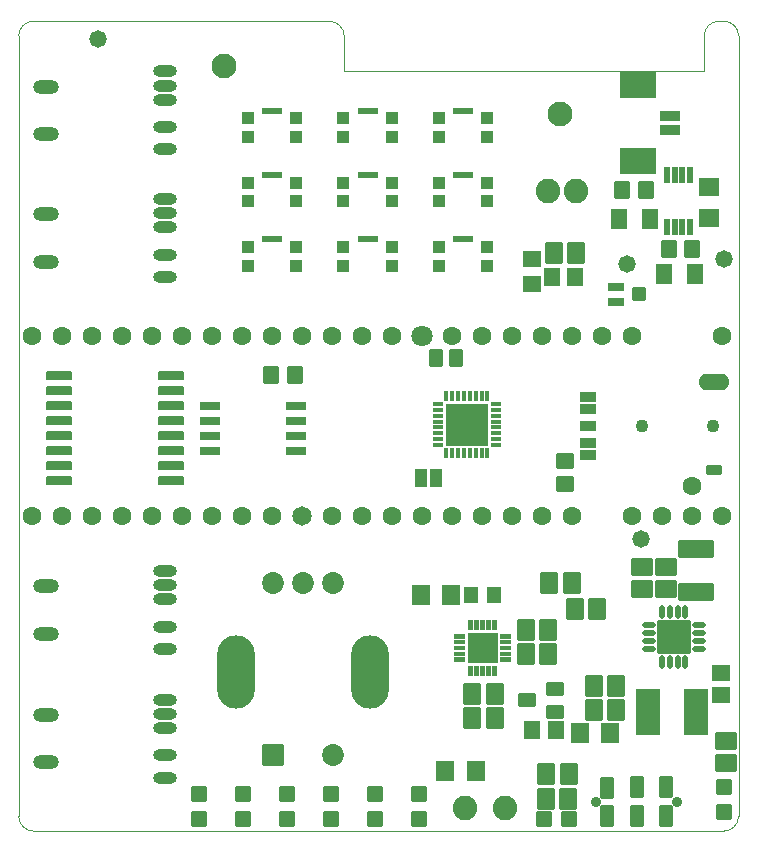
<source format=gbr>
%TF.GenerationSoftware,KiCad,Pcbnew,8.0.1*%
%TF.CreationDate,2025-01-16T17:49:12-07:00*%
%TF.ProjectId,WDM_RevB_v3,57444d5f-5265-4764-925f-76332e6b6963,rev?*%
%TF.SameCoordinates,Original*%
%TF.FileFunction,Soldermask,Bot*%
%TF.FilePolarity,Negative*%
%FSLAX46Y46*%
G04 Gerber Fmt 4.6, Leading zero omitted, Abs format (unit mm)*
G04 Created by KiCad (PCBNEW 8.0.1) date 2025-01-16 17:49:12*
%MOMM*%
%LPD*%
G01*
G04 APERTURE LIST*
G04 Aperture macros list*
%AMRoundRect*
0 Rectangle with rounded corners*
0 $1 Rounding radius*
0 $2 $3 $4 $5 $6 $7 $8 $9 X,Y pos of 4 corners*
0 Add a 4 corners polygon primitive as box body*
4,1,4,$2,$3,$4,$5,$6,$7,$8,$9,$2,$3,0*
0 Add four circle primitives for the rounded corners*
1,1,$1+$1,$2,$3*
1,1,$1+$1,$4,$5*
1,1,$1+$1,$6,$7*
1,1,$1+$1,$8,$9*
0 Add four rect primitives between the rounded corners*
20,1,$1+$1,$2,$3,$4,$5,0*
20,1,$1+$1,$4,$5,$6,$7,0*
20,1,$1+$1,$6,$7,$8,$9,0*
20,1,$1+$1,$8,$9,$2,$3,0*%
G04 Aperture macros list end*
%ADD10C,0.000000*%
%ADD11RoundRect,0.101600X0.984250X0.279400X-0.984250X0.279400X-0.984250X-0.279400X0.984250X-0.279400X0*%
%ADD12C,2.100000*%
%ADD13C,1.600000*%
%ADD14C,1.803200*%
%ADD15C,1.650000*%
%ADD16RoundRect,0.102000X-0.825000X-0.825000X0.825000X-0.825000X0.825000X0.825000X-0.825000X0.825000X0*%
%ADD17C,1.854000*%
%ADD18O,3.204000X6.204000*%
%ADD19R,1.000000X1.000000*%
%ADD20R,1.701800X0.558800*%
%ADD21RoundRect,0.050800X0.750000X-0.650000X0.750000X0.650000X-0.750000X0.650000X-0.750000X-0.650000X0*%
%ADD22RoundRect,0.050800X0.825000X-0.700000X0.825000X0.700000X-0.825000X0.700000X-0.825000X-0.700000X0*%
%ADD23RoundRect,0.101600X0.749300X0.266700X-0.749300X0.266700X-0.749300X-0.266700X0.749300X-0.266700X0*%
%ADD24RoundRect,0.050800X-0.700000X0.500000X-0.700000X-0.500000X0.700000X-0.500000X0.700000X0.500000X0*%
%ADD25RoundRect,0.101600X-0.650000X-0.800000X0.650000X-0.800000X0.650000X0.800000X-0.650000X0.800000X0*%
%ADD26C,2.082800*%
%ADD27R,0.850000X0.300000*%
%ADD28R,0.300000X0.850000*%
%ADD29R,3.600000X3.600000*%
%ADD30RoundRect,0.050800X-0.600000X-0.600000X0.600000X-0.600000X0.600000X0.600000X-0.600000X0.600000X0*%
%ADD31RoundRect,0.050800X0.800000X-0.400000X0.800000X0.400000X-0.800000X0.400000X-0.800000X-0.400000X0*%
%ADD32RoundRect,0.050800X-1.500000X-1.050000X1.500000X-1.050000X1.500000X1.050000X-1.500000X1.050000X0*%
%ADD33RoundRect,0.050800X0.700000X0.825000X-0.700000X0.825000X-0.700000X-0.825000X0.700000X-0.825000X0*%
%ADD34RoundRect,0.101600X0.650000X0.800000X-0.650000X0.800000X-0.650000X-0.800000X0.650000X-0.800000X0*%
%ADD35RoundRect,0.050800X-0.600000X-0.750000X0.600000X-0.750000X0.600000X0.750000X-0.600000X0.750000X0*%
%ADD36RoundRect,0.050800X0.200000X-0.650000X0.200000X0.650000X-0.200000X0.650000X-0.200000X-0.650000X0*%
%ADD37RoundRect,0.736600X-0.000010X-0.000010X0.000010X-0.000010X0.000010X0.000010X-0.000010X0.000010X0*%
%ADD38RoundRect,0.101600X-0.550000X-0.700000X0.550000X-0.700000X0.550000X0.700000X-0.550000X0.700000X0*%
%ADD39C,1.100000*%
%ADD40RoundRect,0.102000X0.600000X0.350000X-0.600000X0.350000X-0.600000X-0.350000X0.600000X-0.350000X0*%
%ADD41O,2.620000X1.412000*%
%ADD42RoundRect,0.102000X0.604000X0.302000X-0.604000X0.302000X-0.604000X-0.302000X0.604000X-0.302000X0*%
%ADD43RoundRect,0.050800X1.450000X-0.700000X1.450000X0.700000X-1.450000X0.700000X-1.450000X-0.700000X0*%
%ADD44O,2.000000X1.000000*%
%ADD45O,2.204000X1.204000*%
%ADD46RoundRect,0.300768X0.325832X0.490832X-0.325832X0.490832X-0.325832X-0.490832X0.325832X-0.490832X0*%
%ADD47RoundRect,0.300768X-0.325832X-0.490832X0.325832X-0.490832X0.325832X0.490832X-0.325832X0.490832X0*%
%ADD48RoundRect,0.101600X-0.700000X0.550000X-0.700000X-0.550000X0.700000X-0.550000X0.700000X0.550000X0*%
%ADD49RoundRect,0.101600X0.800000X-0.650000X0.800000X0.650000X-0.800000X0.650000X-0.800000X-0.650000X0*%
%ADD50RoundRect,0.050800X0.650000X0.750000X-0.650000X0.750000X-0.650000X-0.750000X0.650000X-0.750000X0*%
%ADD51RoundRect,0.225800X0.350000X0.000010X-0.350000X0.000010X-0.350000X-0.000010X0.350000X-0.000010X0*%
%ADD52RoundRect,0.225800X0.000010X-0.350000X0.000010X0.350000X-0.000010X0.350000X-0.000010X-0.350000X0*%
%ADD53RoundRect,0.225800X-0.350000X-0.000010X0.350000X-0.000010X0.350000X0.000010X-0.350000X0.000010X0*%
%ADD54RoundRect,0.225800X-0.000010X0.350000X-0.000010X-0.350000X0.000010X-0.350000X0.000010X0.350000X0*%
%ADD55C,1.009600*%
%ADD56RoundRect,0.050800X1.350000X1.350000X-1.350000X1.350000X-1.350000X-1.350000X1.350000X-1.350000X0*%
%ADD57RoundRect,0.050800X-0.700000X-0.825000X0.700000X-0.825000X0.700000X0.825000X-0.700000X0.825000X0*%
%ADD58RoundRect,0.050800X-0.600000X-0.825000X0.600000X-0.825000X0.600000X0.825000X-0.600000X0.825000X0*%
%ADD59RoundRect,0.050800X-0.500000X-0.650000X0.500000X-0.650000X0.500000X0.650000X-0.500000X0.650000X0*%
%ADD60R,1.000000X1.500000*%
%ADD61RoundRect,0.050800X0.750000X-0.600000X0.750000X0.600000X-0.750000X0.600000X-0.750000X-0.600000X0*%
%ADD62RoundRect,0.050800X-0.600000X-0.300000X0.600000X-0.300000X0.600000X0.300000X-0.600000X0.300000X0*%
%ADD63RoundRect,0.050800X0.500000X-0.500000X0.500000X0.500000X-0.500000X0.500000X-0.500000X-0.500000X0*%
%ADD64R,2.000000X4.000000*%
%ADD65RoundRect,0.101600X0.550000X0.700000X-0.550000X0.700000X-0.550000X-0.700000X0.550000X-0.700000X0*%
%ADD66RoundRect,0.050800X-1.250000X-1.250000X1.250000X-1.250000X1.250000X1.250000X-1.250000X1.250000X0*%
%ADD67RoundRect,0.050800X0.600000X0.825000X-0.600000X0.825000X-0.600000X-0.825000X0.600000X-0.825000X0*%
%ADD68C,0.900000*%
%ADD69RoundRect,0.101600X-0.500000X-0.800000X0.500000X-0.800000X0.500000X0.800000X-0.500000X0.800000X0*%
%ADD70RoundRect,0.101600X-0.800000X0.650000X-0.800000X-0.650000X0.800000X-0.650000X0.800000X0.650000X0*%
%ADD71RoundRect,0.050800X-0.600000X0.600000X-0.600000X-0.600000X0.600000X-0.600000X0.600000X0.600000X0*%
%TA.AperFunction,Profile*%
%ADD72C,0.100000*%
%TD*%
G04 APERTURE END LIST*
D10*
%TO.C,C13*%
G36*
X122100094Y-73211153D02*
G01*
X122139058Y-73220435D01*
X122175991Y-73235739D01*
X122210060Y-73256650D01*
X122240559Y-73282660D01*
X122266569Y-73313159D01*
X122287480Y-73347228D01*
X122302784Y-73384161D01*
X122312066Y-73423125D01*
X122315213Y-73462818D01*
X122312110Y-74382703D01*
X122302784Y-74421853D01*
X122287480Y-74458786D01*
X122266569Y-74492855D01*
X122240559Y-74523354D01*
X122210060Y-74549364D01*
X122175991Y-74570275D01*
X122139058Y-74585579D01*
X122100094Y-74594861D01*
X122060410Y-74598007D01*
X121510014Y-74598007D01*
X121470330Y-74594861D01*
X121431366Y-74585579D01*
X121394433Y-74570275D01*
X121360364Y-74549364D01*
X121329865Y-74523354D01*
X121303855Y-74492855D01*
X121282944Y-74458786D01*
X121267640Y-74421853D01*
X121258358Y-74382889D01*
X121255211Y-74343196D01*
X121258314Y-73423311D01*
X121267640Y-73384161D01*
X121282944Y-73347228D01*
X121303855Y-73313159D01*
X121329865Y-73282660D01*
X121360364Y-73256650D01*
X121394433Y-73235739D01*
X121431366Y-73220435D01*
X121470330Y-73211153D01*
X121510014Y-73208007D01*
X122060410Y-73208007D01*
X122100094Y-73211153D01*
G37*
G36*
X123780094Y-73211153D02*
G01*
X123819058Y-73220435D01*
X123855991Y-73235739D01*
X123890060Y-73256650D01*
X123920559Y-73282660D01*
X123946569Y-73313159D01*
X123967480Y-73347228D01*
X123982784Y-73384161D01*
X123992066Y-73423125D01*
X123995213Y-73462818D01*
X123992110Y-74382703D01*
X123982784Y-74421853D01*
X123967480Y-74458786D01*
X123946569Y-74492855D01*
X123920559Y-74523354D01*
X123890060Y-74549364D01*
X123855991Y-74570275D01*
X123819058Y-74585579D01*
X123780094Y-74594861D01*
X123740410Y-74598007D01*
X123190014Y-74598007D01*
X123150330Y-74594861D01*
X123111366Y-74585579D01*
X123074433Y-74570275D01*
X123040364Y-74549364D01*
X123009865Y-74523354D01*
X122983855Y-74492855D01*
X122962944Y-74458786D01*
X122947640Y-74421853D01*
X122938358Y-74382889D01*
X122935211Y-74343196D01*
X122938314Y-73423311D01*
X122947640Y-73384161D01*
X122962944Y-73347228D01*
X122983855Y-73313159D01*
X123009865Y-73282660D01*
X123040364Y-73256650D01*
X123074433Y-73235739D01*
X123111366Y-73220435D01*
X123150330Y-73211153D01*
X123190014Y-73208007D01*
X123740410Y-73208007D01*
X123780094Y-73211153D01*
G37*
%TO.C,U2*%
G36*
X124230000Y-97625000D02*
G01*
X123330000Y-97625000D01*
X123330000Y-97225000D01*
X124230000Y-97225000D01*
X124230000Y-97625000D01*
G37*
G36*
X124230000Y-98125000D02*
G01*
X123330000Y-98125000D01*
X123330000Y-97725000D01*
X124230000Y-97725000D01*
X124230000Y-98125000D01*
G37*
G36*
X124230000Y-98625000D02*
G01*
X123330000Y-98625000D01*
X123330000Y-98225000D01*
X124230000Y-98225000D01*
X124230000Y-98625000D01*
G37*
G36*
X124230000Y-99125000D02*
G01*
X123330000Y-99125000D01*
X123330000Y-98725000D01*
X124230000Y-98725000D01*
X124230000Y-99125000D01*
G37*
G36*
X124230000Y-99625000D02*
G01*
X123330000Y-99625000D01*
X123330000Y-99225000D01*
X124230000Y-99225000D01*
X124230000Y-99625000D01*
G37*
G36*
X124930000Y-100825000D02*
G01*
X124530000Y-100825000D01*
X124530000Y-99925000D01*
X124930000Y-99925000D01*
X124930000Y-100825000D01*
G37*
G36*
X124930000Y-96925000D02*
G01*
X124530000Y-96925000D01*
X124530000Y-96025000D01*
X124930000Y-96025000D01*
X124930000Y-96925000D01*
G37*
G36*
X125430000Y-100825000D02*
G01*
X125030000Y-100825000D01*
X125030000Y-99925000D01*
X125430000Y-99925000D01*
X125430000Y-100825000D01*
G37*
G36*
X125430000Y-96925000D02*
G01*
X125030000Y-96925000D01*
X125030000Y-96025000D01*
X125430000Y-96025000D01*
X125430000Y-96925000D01*
G37*
G36*
X125930000Y-100825000D02*
G01*
X125530000Y-100825000D01*
X125530000Y-99925000D01*
X125930000Y-99925000D01*
X125930000Y-100825000D01*
G37*
G36*
X125930000Y-96925000D02*
G01*
X125530000Y-96925000D01*
X125530000Y-96025000D01*
X125930000Y-96025000D01*
X125930000Y-96925000D01*
G37*
G36*
X126430000Y-100825000D02*
G01*
X126030000Y-100825000D01*
X126030000Y-99925000D01*
X126430000Y-99925000D01*
X126430000Y-100825000D01*
G37*
G36*
X126430000Y-96925000D02*
G01*
X126030000Y-96925000D01*
X126030000Y-96025000D01*
X126430000Y-96025000D01*
X126430000Y-96925000D01*
G37*
G36*
X126930000Y-100825000D02*
G01*
X126530000Y-100825000D01*
X126530000Y-99925000D01*
X126930000Y-99925000D01*
X126930000Y-100825000D01*
G37*
G36*
X126930000Y-96925000D02*
G01*
X126530000Y-96925000D01*
X126530000Y-96025000D01*
X126930000Y-96025000D01*
X126930000Y-96925000D01*
G37*
G36*
X128130000Y-97625000D02*
G01*
X127230000Y-97625000D01*
X127230000Y-97225000D01*
X128130000Y-97225000D01*
X128130000Y-97625000D01*
G37*
G36*
X128130000Y-98125000D02*
G01*
X127230000Y-98125000D01*
X127230000Y-97725000D01*
X128130000Y-97725000D01*
X128130000Y-98125000D01*
G37*
G36*
X128130000Y-98625000D02*
G01*
X127230000Y-98625000D01*
X127230000Y-98225000D01*
X128130000Y-98225000D01*
X128130000Y-98625000D01*
G37*
G36*
X128130000Y-99125000D02*
G01*
X127230000Y-99125000D01*
X127230000Y-98725000D01*
X128130000Y-98725000D01*
X128130000Y-99125000D01*
G37*
G36*
X128130000Y-99625000D02*
G01*
X127230000Y-99625000D01*
X127230000Y-99225000D01*
X128130000Y-99225000D01*
X128130000Y-99625000D01*
G37*
%TD*%
D11*
%TO.C,U4*%
X89877900Y-84328000D03*
X89877900Y-83058000D03*
X89877900Y-81788000D03*
X89877900Y-80518000D03*
X89877900Y-79248000D03*
X89877900Y-77978000D03*
X89877900Y-76708000D03*
X89877900Y-75438000D03*
X99339400Y-75438000D03*
X99339400Y-76708000D03*
X99339400Y-77978000D03*
X99339400Y-79248000D03*
X99339400Y-80518000D03*
X99339400Y-81788000D03*
X99339400Y-83058000D03*
X99339400Y-84328000D03*
%TD*%
D12*
%TO.C,H1*%
X132300546Y-53225241D03*
%TD*%
D13*
%TO.C,J2*%
X146014424Y-87214014D03*
X138394424Y-71974014D03*
X135854424Y-71974014D03*
X133314424Y-71974014D03*
X130774424Y-71974014D03*
X128234424Y-71974014D03*
X125694424Y-71974014D03*
X123154424Y-71974014D03*
D14*
X120614424Y-71974014D03*
D13*
X118074424Y-71974014D03*
X115534424Y-71974014D03*
X112994424Y-71974014D03*
X112994424Y-87214014D03*
X115534424Y-87214014D03*
X118074424Y-87214014D03*
X120614424Y-87214014D03*
X123154424Y-87214014D03*
X125694424Y-87214014D03*
X128234424Y-87214014D03*
X130774424Y-87214014D03*
X133314424Y-87214014D03*
X138394424Y-87214014D03*
X107914424Y-71974014D03*
X105374424Y-71974014D03*
X102834424Y-71974014D03*
X100294424Y-71974014D03*
X97754424Y-71974014D03*
X95214424Y-71974014D03*
X92674424Y-71974014D03*
X90134424Y-71974014D03*
X87594424Y-71974014D03*
X87594424Y-87214014D03*
X90134424Y-87214014D03*
X92674424Y-87214014D03*
X95214424Y-87214014D03*
X97754424Y-87214014D03*
X100294424Y-87214014D03*
X102834424Y-87214014D03*
X105374424Y-87214014D03*
X107914424Y-87214014D03*
X143474424Y-84674014D03*
X146014424Y-71974014D03*
X143474424Y-87214014D03*
D15*
X110454424Y-87214014D03*
D13*
X110454424Y-71974014D03*
X140934424Y-87214014D03*
%TD*%
D12*
%TO.C,H2*%
X103852546Y-49161241D03*
%TD*%
D16*
%TO.C,EN_1*%
X108030000Y-107450000D03*
D17*
X113030000Y-107450000D03*
X108030000Y-92950000D03*
X113030000Y-92950000D03*
X110530000Y-92950000D03*
D18*
X104830000Y-100450000D03*
X116230000Y-100450000D03*
%TD*%
D19*
%TO.C,SW_4*%
X113941931Y-59016441D03*
X113941931Y-60616443D03*
X118041927Y-60616443D03*
X118041927Y-59016441D03*
D20*
X115991929Y-58391441D03*
%TD*%
D21*
%TO.C,C4*%
X145923000Y-102423000D03*
X145923000Y-100523000D03*
%TD*%
D22*
%TO.C,C16*%
X144880000Y-62016000D03*
X144880000Y-59416000D03*
%TD*%
D23*
%TO.C,U3*%
X109950250Y-77978000D03*
X109950250Y-79248000D03*
X109950250Y-80518000D03*
X109950250Y-81788000D03*
X102635050Y-81788000D03*
X102635050Y-80518000D03*
X102635050Y-79248000D03*
X102635050Y-77978000D03*
%TD*%
D24*
%TO.C,T1*%
X131883000Y-101920000D03*
X129483000Y-102870000D03*
X131883000Y-103820000D03*
%TD*%
D25*
%TO.C,R43*%
X133665000Y-65024000D03*
X131765000Y-65024000D03*
%TD*%
D26*
%TO.C,J4*%
X127635000Y-112014000D03*
%TD*%
D27*
%TO.C,U6*%
X121946424Y-81254014D03*
X121946424Y-80754014D03*
X121946424Y-80254014D03*
X121946424Y-79754014D03*
X121946424Y-79254014D03*
X121946424Y-78754014D03*
X121946424Y-78254014D03*
X121946424Y-77754014D03*
D28*
X122646424Y-77054014D03*
X123146424Y-77054014D03*
X123646424Y-77054014D03*
X124146424Y-77054014D03*
X124646424Y-77054014D03*
X125146424Y-77054014D03*
X125646424Y-77054014D03*
X126146424Y-77054014D03*
D27*
X126846424Y-77754014D03*
X126846424Y-78254014D03*
X126846424Y-78754014D03*
X126846424Y-79254014D03*
X126846424Y-79754014D03*
X126846424Y-80254014D03*
X126846424Y-80754014D03*
X126846424Y-81254014D03*
D28*
X126146424Y-81954014D03*
X125646424Y-81954014D03*
X125146424Y-81954014D03*
X124646424Y-81954014D03*
X124146424Y-81954014D03*
X123646424Y-81954014D03*
X123146424Y-81954014D03*
X122646424Y-81954014D03*
D29*
X124396424Y-79504014D03*
%TD*%
D19*
%TO.C,SW_8*%
X122033399Y-53580832D03*
X122033399Y-55180834D03*
X126133395Y-55180834D03*
X126133395Y-53580832D03*
D20*
X124083397Y-52955832D03*
%TD*%
D30*
%TO.C,D4*%
X146177000Y-110236000D03*
X146177000Y-112336000D03*
%TD*%
D31*
%TO.C,J14*%
X141605000Y-54600000D03*
X141605000Y-53350000D03*
D32*
X138855000Y-57160000D03*
X138855000Y-50790000D03*
%TD*%
D33*
%TO.C,C1*%
X136555000Y-105664000D03*
X133955000Y-105664000D03*
%TD*%
D34*
%TO.C,R13*%
X129413000Y-96901000D03*
X131313000Y-96901000D03*
%TD*%
D30*
%TO.C,D9*%
X116629546Y-110823841D03*
X116629546Y-112923841D03*
%TD*%
D35*
%TO.C,C2*%
X129887000Y-105410000D03*
X131987000Y-105410000D03*
%TD*%
D36*
%TO.C,U7*%
X143302000Y-62802000D03*
X142652000Y-62802000D03*
X142002000Y-62802000D03*
X141352000Y-62802000D03*
X141352000Y-58402000D03*
X142002000Y-58402000D03*
X142652000Y-58402000D03*
X143302000Y-58402000D03*
%TD*%
D37*
%TO.C,TP7*%
X146177000Y-65532000D03*
%TD*%
D30*
%TO.C,D6*%
X105427346Y-110823841D03*
X105427346Y-112923841D03*
%TD*%
D37*
%TO.C,TP6*%
X137972800Y-65938400D03*
%TD*%
D38*
%TO.C,R41*%
X143494000Y-64643000D03*
X141494000Y-64643000D03*
%TD*%
%TO.C,R30*%
X109839000Y-75311000D03*
X107839000Y-75311000D03*
%TD*%
D37*
%TO.C,TP5*%
X93184546Y-46875241D03*
%TD*%
D30*
%TO.C,D5*%
X101693546Y-110823841D03*
X101693546Y-112923841D03*
%TD*%
D39*
%TO.C,J15*%
X145247000Y-79629000D03*
X139247000Y-79629000D03*
D40*
X134647000Y-77179000D03*
X134647000Y-81079000D03*
X134647000Y-79629000D03*
X134647000Y-82079000D03*
X134647000Y-78179000D03*
D41*
X145347000Y-75879000D03*
D42*
X145347000Y-83379000D03*
%TD*%
D34*
%TO.C,R1*%
X135156000Y-103702000D03*
X137056000Y-103702000D03*
%TD*%
D43*
%TO.C,C5*%
X143764000Y-93682000D03*
X143764000Y-90082000D03*
%TD*%
D30*
%TO.C,D7*%
X109161311Y-110823825D03*
X109161311Y-112923825D03*
%TD*%
D44*
%TO.C,J11*%
X98873000Y-91918000D03*
X98873000Y-94318000D03*
X98873000Y-93118000D03*
X98873000Y-98518000D03*
X98873000Y-96618000D03*
D45*
X88773000Y-97218000D03*
X88773000Y-93218000D03*
%TD*%
D46*
%TO.C,C13*%
X123465212Y-73903007D03*
D47*
X121785212Y-73903007D03*
%TD*%
D48*
%TO.C,R38*%
X132715000Y-84566000D03*
X132715000Y-82566000D03*
%TD*%
D33*
%TO.C,C6*%
X125155000Y-108839000D03*
X122555000Y-108839000D03*
%TD*%
D19*
%TO.C,SW_5*%
X122034738Y-64452034D03*
X122034738Y-66052036D03*
X126134734Y-66052036D03*
X126134734Y-64452034D03*
D20*
X124084736Y-63827034D03*
%TD*%
D26*
%TO.C,MIC1*%
X131240200Y-59766200D03*
X133650200Y-59766200D03*
%TD*%
D19*
%TO.C,SW_7*%
X113941539Y-64451986D03*
X113941539Y-66051988D03*
X118041535Y-66051988D03*
X118041535Y-64451986D03*
D20*
X115991537Y-63826986D03*
%TD*%
D25*
%TO.C,R2*%
X137033000Y-101670000D03*
X135133000Y-101670000D03*
%TD*%
D34*
%TO.C,R11*%
X124846000Y-104394000D03*
X126746000Y-104394000D03*
%TD*%
D49*
%TO.C,R8*%
X146304000Y-106299000D03*
X146304000Y-108199000D03*
%TD*%
D19*
%TO.C,SW_9*%
X122033737Y-59016432D03*
X122033737Y-60616434D03*
X126133733Y-60616434D03*
X126133733Y-59016432D03*
D20*
X124083735Y-58391432D03*
%TD*%
D25*
%TO.C,R7*%
X135443000Y-95123000D03*
X133543000Y-95123000D03*
%TD*%
D34*
%TO.C,R12*%
X129413000Y-98933000D03*
X131313000Y-98933000D03*
%TD*%
D25*
%TO.C,R9*%
X133284000Y-92964000D03*
X131384000Y-92964000D03*
%TD*%
D50*
%TO.C,C20*%
X133538000Y-67056000D03*
X131638000Y-67056000D03*
%TD*%
D19*
%TO.C,SW_3*%
X113940883Y-53580860D03*
X113940883Y-55180862D03*
X118040879Y-55180862D03*
X118040879Y-53580860D03*
D20*
X115990881Y-52955860D03*
%TD*%
D51*
%TO.C,U1*%
X144018000Y-96520000D03*
X144018000Y-97170000D03*
X144018000Y-97820000D03*
X144018000Y-98470000D03*
D52*
X142893000Y-99595000D03*
X142243000Y-99595000D03*
X141593000Y-99595000D03*
X140943000Y-99595000D03*
D53*
X139818000Y-98470000D03*
X139818000Y-97820000D03*
X139818000Y-97170000D03*
X139818000Y-96520000D03*
D54*
X140943000Y-95395000D03*
X141593000Y-95395000D03*
X142243000Y-95395000D03*
X142893000Y-95395000D03*
D55*
X141918000Y-97495000D03*
X142818000Y-96595000D03*
X141018000Y-96595000D03*
X141018000Y-98395000D03*
X142818000Y-98395000D03*
D56*
X141918000Y-97495000D03*
%TD*%
D26*
%TO.C,J5*%
X124282200Y-112014000D03*
%TD*%
D57*
%TO.C,C3*%
X120493000Y-93980000D03*
X123093000Y-93980000D03*
%TD*%
D58*
%TO.C,C15*%
X137273000Y-62103000D03*
X139873000Y-62103000D03*
%TD*%
D34*
%TO.C,R6*%
X131064000Y-111252000D03*
X132964000Y-111252000D03*
%TD*%
D19*
%TO.C,SW_2*%
X105848339Y-59016432D03*
X105848339Y-60616434D03*
X109948335Y-60616434D03*
X109948335Y-59016432D03*
D20*
X107898337Y-58391432D03*
%TD*%
D19*
%TO.C,SW_6*%
X105848339Y-64452032D03*
X105848339Y-66052034D03*
X109948335Y-66052034D03*
X109948335Y-64452032D03*
D20*
X107898337Y-63827032D03*
%TD*%
D44*
%TO.C,J6*%
X98873000Y-60422000D03*
X98873000Y-62822000D03*
X98873000Y-61622000D03*
X98873000Y-67022000D03*
X98873000Y-65122000D03*
D45*
X88773000Y-65722000D03*
X88773000Y-61722000D03*
%TD*%
D59*
%TO.C,R18*%
X124730000Y-93980000D03*
X126730000Y-93980000D03*
%TD*%
D30*
%TO.C,D8*%
X112895146Y-110823841D03*
X112895146Y-112923841D03*
%TD*%
D60*
%TO.C,JP3*%
X120500212Y-84063007D03*
X121800212Y-84063007D03*
%TD*%
D44*
%TO.C,J3*%
X98858500Y-49607750D03*
X98858500Y-52007750D03*
X98858500Y-50807750D03*
X98858500Y-56207750D03*
X98858500Y-54307750D03*
D45*
X88758500Y-54907750D03*
X88758500Y-50907750D03*
%TD*%
D61*
%TO.C,C19*%
X129921000Y-67598000D03*
X129921000Y-65498000D03*
%TD*%
D62*
%TO.C,VR1*%
X136992730Y-69142290D03*
D63*
X138992730Y-68492290D03*
D62*
X136992730Y-67842290D03*
%TD*%
D64*
%TO.C,L1*%
X139718000Y-103886000D03*
X143818000Y-103886000D03*
%TD*%
D65*
%TO.C,R42*%
X137573000Y-59690000D03*
X139573000Y-59690000D03*
%TD*%
D19*
%TO.C,SW_1*%
X105848339Y-53580832D03*
X105848339Y-55180834D03*
X109948335Y-55180834D03*
X109948335Y-53580832D03*
D20*
X107898337Y-52955832D03*
%TD*%
D49*
%TO.C,R4*%
X141224000Y-91567000D03*
X141224000Y-93467000D03*
%TD*%
D34*
%TO.C,R3*%
X131130000Y-109093000D03*
X133030000Y-109093000D03*
%TD*%
D66*
%TO.C,U2*%
X125730000Y-98425000D03*
%TD*%
D67*
%TO.C,C14*%
X143697000Y-66802000D03*
X141097000Y-66802000D03*
%TD*%
D44*
%TO.C,J7*%
X98873000Y-102820750D03*
X98873000Y-105220750D03*
X98873000Y-104020750D03*
X98873000Y-109420750D03*
X98873000Y-107520750D03*
D45*
X88773000Y-108120750D03*
X88773000Y-104120750D03*
%TD*%
D25*
%TO.C,R10*%
X126746000Y-102362000D03*
X124846000Y-102362000D03*
%TD*%
D30*
%TO.C,D10*%
X120363546Y-110823841D03*
X120363546Y-112923841D03*
%TD*%
D68*
%TO.C,SW1*%
X135371000Y-111482000D03*
X142171000Y-111482000D03*
D69*
X136271000Y-112682000D03*
X138771000Y-112682000D03*
X141271000Y-112682000D03*
X136271000Y-110282000D03*
X138771000Y-110182000D03*
X141271000Y-110182000D03*
%TD*%
D70*
%TO.C,R5*%
X139192000Y-93467000D03*
X139192000Y-91567000D03*
%TD*%
D37*
%TO.C,TP4*%
X139141200Y-89204800D03*
%TD*%
D71*
%TO.C,D1*%
X133064000Y-112903000D03*
X130964000Y-112903000D03*
%TD*%
D72*
X114012546Y-46621241D02*
X114012546Y-49542241D01*
X114012546Y-49542241D02*
X144492546Y-49542241D01*
X144492546Y-46621241D02*
G75*
G02*
X145762546Y-45351246I1269954J41D01*
G01*
X144492546Y-49542241D02*
X144492546Y-46621241D01*
X146143546Y-45351241D02*
G75*
G02*
X147413459Y-46621241I-46J-1269959D01*
G01*
X146143546Y-113931241D02*
X87723546Y-113931241D01*
X147413546Y-112661241D02*
G75*
G02*
X146143546Y-113931246I-1270046J41D01*
G01*
X86453546Y-46621241D02*
G75*
G02*
X87723546Y-45351246I1269954J41D01*
G01*
X147413546Y-46621241D02*
X147413546Y-112661241D01*
X87723546Y-45351241D02*
X112742546Y-45351241D01*
X86451424Y-46621241D02*
X86451424Y-112661241D01*
X87723546Y-113931241D02*
G75*
G02*
X86453459Y-112661241I-46J1270041D01*
G01*
X145762546Y-45351241D02*
X146143546Y-45351241D01*
X112742546Y-45351241D02*
G75*
G02*
X114012459Y-46621241I-46J-1269959D01*
G01*
M02*

</source>
